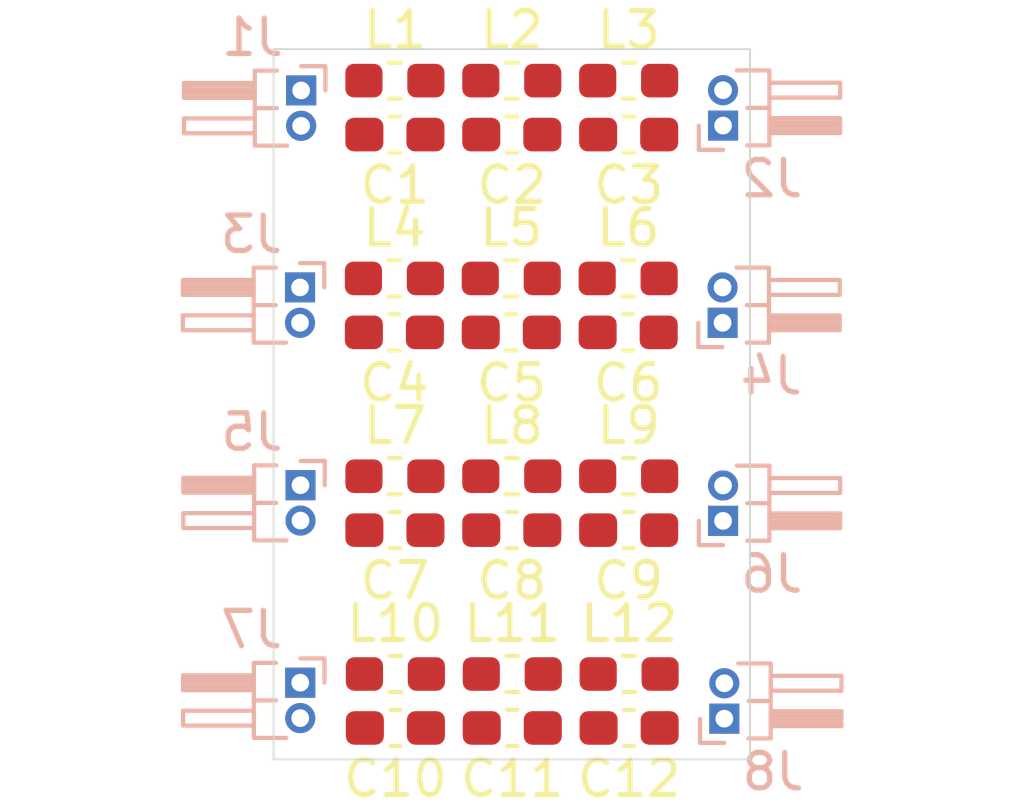
<source format=kicad_pcb>
(kicad_pcb (version 20240108) (generator "pcbnew") (generator_version "8.0")
  (layers (0 "F.Cu" signal) (31 "B.Cu" signal) (34 "B.Paste" user) (35 "F.Paste" user) (36 "B.SilkS" user "B.Silkscreen") (37 "F.SilkS" user "F.Silkscreen") (38 "B.Mask" user) (39 "F.Mask" user) (44 "Edge.Cuts" user))
  (net 0 "")
  (net 1 "Net-(C1-Pad1)")
  (net 2 "GND")
  (net 3 "Net-(C2-Pad1)")
  (net 4 "Net-(J2-Pin_1)")
  (net 5 "Net-(C4-Pad1)")
  (net 6 "Net-(C5-Pad1)")
  (net 7 "Net-(J4-Pin_1)")
  (net 8 "Net-(C7-Pad1)")
  (net 9 "Net-(C8-Pad1)")
  (net 10 "Net-(J6-Pin_1)")
  (net 11 "Net-(C10-Pad1)")
  (net 12 "Net-(C11-Pad1)")
  (net 13 "Net-(J8-Pin_1)")
  (net 14 "Net-(J1-Pin_1)")
  (net 15 "Net-(J3-Pin_1)")
  (net 16 "Net-(J5-Pin_1)")
  (net 17 "Net-(J7-Pin_1)")
  (footprint "Inductor_SMD:L_0603_1608Metric_Pad1.05x0.95mm_HandSolder" (layer "F.Cu") (at 119.267 86.487)
    (property "Reference" "L12" (at 0 -1.43 0) (layer "F.SilkS"))
    (property "Value" "L")
    (fp_line (start -0.171267 -0.51) (end 0.171267 -0.51) (stroke (width 0.12)) (layer "F.SilkS"))
    (fp_line (start -0.171267 0.51) (end 0.171267 0.51) (stroke (width 0.12)) (layer "F.SilkS"))
    (pad "1" smd roundrect (at -0.875 0) (size 1.05 0.95) (layers "F.Cu" "F.Paste" "F.Mask") (net 12 "Net-(C11-Pad1)"))
    (pad "2" smd roundrect (at 0.875 0) (size 1.05 0.95) (layers "F.Cu" "F.Paste" "F.Mask") (net 13 "Net-(J8-Pin_1)"))
  )
  (footprint "Inductor_SMD:L_0603_1608Metric_Pad1.05x0.95mm_HandSolder" (layer "F.Cu") (at 112.649 69.723)
    (property "Reference" "L1" (at 0 -1.43 0) (layer "F.SilkS"))
    (property "Value" "L")
    (fp_line (start -0.171267 -0.51) (end 0.171267 -0.51) (stroke (width 0.12)) (layer "F.SilkS"))
    (fp_line (start -0.171267 0.51) (end 0.171267 0.51) (stroke (width 0.12)) (layer "F.SilkS"))
    (pad "1" smd roundrect (at -0.875 0) (size 1.05 0.95) (layers "F.Cu" "F.Paste" "F.Mask") (net 14 "Net-(J1-Pin_1)"))
    (pad "2" smd roundrect (at 0.875 0) (size 1.05 0.95) (layers "F.Cu" "F.Paste" "F.Mask") (net 1 "Net-(C1-Pad1)"))
  )
  (footprint "Capacitor_SMD:C_0603_1608Metric_Pad1.08x0.95mm_HandSolder" (layer "F.Cu") (at 119.267 88.011 180)
    (property "Reference" "C12" (at 0 -1.43 180) (layer "F.SilkS"))
    (property "Value" "C")
    (fp_line (start -0.146267 0.51) (end 0.146267 0.51) (stroke (width 0.12)) (layer "F.SilkS"))
    (fp_line (start -0.146267 -0.51) (end 0.146267 -0.51) (stroke (width 0.12)) (layer "F.SilkS"))
    (pad "1" smd roundrect (at -0.8625 0 180) (size 1.075 0.95) (layers "F.Cu" "F.Paste" "F.Mask") (net 13 "Net-(J8-Pin_1)"))
    (pad "2" smd roundrect (at 0.8625 0 180) (size 1.075 0.95) (layers "F.Cu" "F.Paste" "F.Mask") (net 2 "GND"))
  )
  (footprint "Capacitor_SMD:C_0603_1608Metric_Pad1.08x0.95mm_HandSolder" (layer "F.Cu") (at 119.253 71.247 180)
    (property "Reference" "C3" (at 0 -1.43 180) (layer "F.SilkS"))
    (property "Value" "C")
    (fp_line (start -0.146267 0.51) (end 0.146267 0.51) (stroke (width 0.12)) (layer "F.SilkS"))
    (fp_line (start -0.146267 -0.51) (end 0.146267 -0.51) (stroke (width 0.12)) (layer "F.SilkS"))
    (pad "1" smd roundrect (at -0.8625 0 180) (size 1.075 0.95) (layers "F.Cu" "F.Paste" "F.Mask") (net 4 "Net-(J2-Pin_1)"))
    (pad "2" smd roundrect (at 0.8625 0 180) (size 1.075 0.95) (layers "F.Cu" "F.Paste" "F.Mask") (net 2 "GND"))
  )
  (footprint "Capacitor_SMD:C_0603_1608Metric_Pad1.08x0.95mm_HandSolder" (layer "F.Cu") (at 112.635 76.835 180)
    (property "Reference" "C4" (at 0 -1.43 180) (layer "F.SilkS"))
    (property "Value" "C")
    (fp_line (start -0.146267 0.51) (end 0.146267 0.51) (stroke (width 0.12)) (layer "F.SilkS"))
    (fp_line (start -0.146267 -0.51) (end 0.146267 -0.51) (stroke (width 0.12)) (layer "F.SilkS"))
    (pad "1" smd roundrect (at -0.8625 0 180) (size 1.075 0.95) (layers "F.Cu" "F.Paste" "F.Mask") (net 5 "Net-(C4-Pad1)"))
    (pad "2" smd roundrect (at 0.8625 0 180) (size 1.075 0.95) (layers "F.Cu" "F.Paste" "F.Mask") (net 2 "GND"))
  )
  (footprint "Inductor_SMD:L_0603_1608Metric_Pad1.05x0.95mm_HandSolder" (layer "F.Cu") (at 119.239 75.311)
    (property "Reference" "L6" (at 0 -1.43 0) (layer "F.SilkS"))
    (property "Value" "L")
    (fp_line (start -0.171267 -0.51) (end 0.171267 -0.51) (stroke (width 0.12)) (layer "F.SilkS"))
    (fp_line (start -0.171267 0.51) (end 0.171267 0.51) (stroke (width 0.12)) (layer "F.SilkS"))
    (pad "1" smd roundrect (at -0.875 0) (size 1.05 0.95) (layers "F.Cu" "F.Paste" "F.Mask") (net 6 "Net-(C5-Pad1)"))
    (pad "2" smd roundrect (at 0.875 0) (size 1.05 0.95) (layers "F.Cu" "F.Paste" "F.Mask") (net 7 "Net-(J4-Pin_1)"))
  )
  (footprint "Inductor_SMD:L_0603_1608Metric_Pad1.05x0.95mm_HandSolder" (layer "F.Cu") (at 115.937 75.311)
    (property "Reference" "L5" (at 0 -1.43 0) (layer "F.SilkS"))
    (property "Value" "L")
    (fp_line (start -0.171267 -0.51) (end 0.171267 -0.51) (stroke (width 0.12)) (layer "F.SilkS"))
    (fp_line (start -0.171267 0.51) (end 0.171267 0.51) (stroke (width 0.12)) (layer "F.SilkS"))
    (pad "1" smd roundrect (at -0.875 0) (size 1.05 0.95) (layers "F.Cu" "F.Paste" "F.Mask") (net 5 "Net-(C4-Pad1)"))
    (pad "2" smd roundrect (at 0.875 0) (size 1.05 0.95) (layers "F.Cu" "F.Paste" "F.Mask") (net 6 "Net-(C5-Pad1)"))
  )
  (footprint "Capacitor_SMD:C_0603_1608Metric_Pad1.08x0.95mm_HandSolder" (layer "F.Cu") (at 112.649 82.423 180)
    (property "Reference" "C7" (at 0 -1.43 180) (layer "F.SilkS"))
    (property "Value" "C")
    (fp_line (start -0.146267 0.51) (end 0.146267 0.51) (stroke (width 0.12)) (layer "F.SilkS"))
    (fp_line (start -0.146267 -0.51) (end 0.146267 -0.51) (stroke (width 0.12)) (layer "F.SilkS"))
    (pad "1" smd roundrect (at -0.8625 0 180) (size 1.075 0.95) (layers "F.Cu" "F.Paste" "F.Mask") (net 8 "Net-(C7-Pad1)"))
    (pad "2" smd roundrect (at 0.8625 0 180) (size 1.075 0.95) (layers "F.Cu" "F.Paste" "F.Mask") (net 2 "GND"))
  )
  (footprint "Inductor_SMD:L_0603_1608Metric_Pad1.05x0.95mm_HandSolder" (layer "F.Cu") (at 112.649 80.899)
    (property "Reference" "L7" (at 0 -1.43 0) (layer "F.SilkS"))
    (property "Value" "L")
    (fp_line (start -0.171267 -0.51) (end 0.171267 -0.51) (stroke (width 0.12)) (layer "F.SilkS"))
    (fp_line (start -0.171267 0.51) (end 0.171267 0.51) (stroke (width 0.12)) (layer "F.SilkS"))
    (pad "1" smd roundrect (at -0.875 0) (size 1.05 0.95) (layers "F.Cu" "F.Paste" "F.Mask") (net 16 "Net-(J5-Pin_1)"))
    (pad "2" smd roundrect (at 0.875 0) (size 1.05 0.95) (layers "F.Cu" "F.Paste" "F.Mask") (net 8 "Net-(C7-Pad1)"))
  )
  (footprint "Inductor_SMD:L_0603_1608Metric_Pad1.05x0.95mm_HandSolder" (layer "F.Cu") (at 112.663 86.487)
    (property "Reference" "L10" (at 0 -1.43 0) (layer "F.SilkS"))
    (property "Value" "L")
    (fp_line (start -0.171267 -0.51) (end 0.171267 -0.51) (stroke (width 0.12)) (layer "F.SilkS"))
    (fp_line (start -0.171267 0.51) (end 0.171267 0.51) (stroke (width 0.12)) (layer "F.SilkS"))
    (pad "1" smd roundrect (at -0.875 0) (size 1.05 0.95) (layers "F.Cu" "F.Paste" "F.Mask") (net 17 "Net-(J7-Pin_1)"))
    (pad "2" smd roundrect (at 0.875 0) (size 1.05 0.95) (layers "F.Cu" "F.Paste" "F.Mask") (net 11 "Net-(C10-Pad1)"))
  )
  (footprint "Inductor_SMD:L_0603_1608Metric_Pad1.05x0.95mm_HandSolder" (layer "F.Cu") (at 119.253 69.723)
    (property "Reference" "L3" (at 0 -1.43 0) (layer "F.SilkS"))
    (property "Value" "L")
    (fp_line (start -0.171267 -0.51) (end 0.171267 -0.51) (stroke (width 0.12)) (layer "F.SilkS"))
    (fp_line (start -0.171267 0.51) (end 0.171267 0.51) (stroke (width 0.12)) (layer "F.SilkS"))
    (pad "1" smd roundrect (at -0.875 0) (size 1.05 0.95) (layers "F.Cu" "F.Paste" "F.Mask") (net 3 "Net-(C2-Pad1)"))
    (pad "2" smd roundrect (at 0.875 0) (size 1.05 0.95) (layers "F.Cu" "F.Paste" "F.Mask") (net 4 "Net-(J2-Pin_1)"))
  )
  (footprint "Inductor_SMD:L_0603_1608Metric_Pad1.05x0.95mm_HandSolder" (layer "F.Cu") (at 119.253 80.899)
    (property "Reference" "L9" (at 0 -1.43 0) (layer "F.SilkS"))
    (property "Value" "L")
    (fp_line (start -0.171267 -0.51) (end 0.171267 -0.51) (stroke (width 0.12)) (layer "F.SilkS"))
    (fp_line (start -0.171267 0.51) (end 0.171267 0.51) (stroke (width 0.12)) (layer "F.SilkS"))
    (pad "1" smd roundrect (at -0.875 0) (size 1.05 0.95) (layers "F.Cu" "F.Paste" "F.Mask") (net 9 "Net-(C8-Pad1)"))
    (pad "2" smd roundrect (at 0.875 0) (size 1.05 0.95) (layers "F.Cu" "F.Paste" "F.Mask") (net 10 "Net-(J6-Pin_1)"))
  )
  (footprint "Capacitor_SMD:C_0603_1608Metric_Pad1.08x0.95mm_HandSolder" (layer "F.Cu") (at 119.239 76.835 180)
    (property "Reference" "C6" (at 0 -1.43 180) (layer "F.SilkS"))
    (property "Value" "C")
    (fp_line (start -0.146267 0.51) (end 0.146267 0.51) (stroke (width 0.12)) (layer "F.SilkS"))
    (fp_line (start -0.146267 -0.51) (end 0.146267 -0.51) (stroke (width 0.12)) (layer "F.SilkS"))
    (pad "1" smd roundrect (at -0.8625 0 180) (size 1.075 0.95) (layers "F.Cu" "F.Paste" "F.Mask") (net 7 "Net-(J4-Pin_1)"))
    (pad "2" smd roundrect (at 0.8625 0 180) (size 1.075 0.95) (layers "F.Cu" "F.Paste" "F.Mask") (net 2 "GND"))
  )
  (footprint "Capacitor_SMD:C_0603_1608Metric_Pad1.08x0.95mm_HandSolder" (layer "F.Cu") (at 112.649 71.247 180)
    (property "Reference" "C1" (at 0 -1.43 180) (layer "F.SilkS"))
    (property "Value" "C")
    (fp_line (start -0.146267 0.51) (end 0.146267 0.51) (stroke (width 0.12)) (layer "F.SilkS"))
    (fp_line (start -0.146267 -0.51) (end 0.146267 -0.51) (stroke (width 0.12)) (layer "F.SilkS"))
    (pad "1" smd roundrect (at -0.8625 0 180) (size 1.075 0.95) (layers "F.Cu" "F.Paste" "F.Mask") (net 1 "Net-(C1-Pad1)"))
    (pad "2" smd roundrect (at 0.8625 0 180) (size 1.075 0.95) (layers "F.Cu" "F.Paste" "F.Mask") (net 2 "GND"))
  )
  (footprint "Capacitor_SMD:C_0603_1608Metric_Pad1.08x0.95mm_HandSolder" (layer "F.Cu") (at 115.965 88.011 180)
    (property "Reference" "C11" (at 0 -1.43 180) (layer "F.SilkS"))
    (property "Value" "C")
    (fp_line (start -0.146267 0.51) (end 0.146267 0.51) (stroke (width 0.12)) (layer "F.SilkS"))
    (fp_line (start -0.146267 -0.51) (end 0.146267 -0.51) (stroke (width 0.12)) (layer "F.SilkS"))
    (pad "1" smd roundrect (at -0.8625 0 180) (size 1.075 0.95) (layers "F.Cu" "F.Paste" "F.Mask") (net 12 "Net-(C11-Pad1)"))
    (pad "2" smd roundrect (at 0.8625 0 180) (size 1.075 0.95) (layers "F.Cu" "F.Paste" "F.Mask") (net 2 "GND"))
  )
  (footprint "Capacitor_SMD:C_0603_1608Metric_Pad1.08x0.95mm_HandSolder" (layer "F.Cu") (at 119.253 82.423 180)
    (property "Reference" "C9" (at 0 -1.43 180) (layer "F.SilkS"))
    (property "Value" "C")
    (fp_line (start -0.146267 0.51) (end 0.146267 0.51) (stroke (width 0.12)) (layer "F.SilkS"))
    (fp_line (start -0.146267 -0.51) (end 0.146267 -0.51) (stroke (width 0.12)) (layer "F.SilkS"))
    (pad "1" smd roundrect (at -0.8625 0 180) (size 1.075 0.95) (layers "F.Cu" "F.Paste" "F.Mask") (net 10 "Net-(J6-Pin_1)"))
    (pad "2" smd roundrect (at 0.8625 0 180) (size 1.075 0.95) (layers "F.Cu" "F.Paste" "F.Mask") (net 2 "GND"))
  )
  (footprint "Capacitor_SMD:C_0603_1608Metric_Pad1.08x0.95mm_HandSolder" (layer "F.Cu") (at 112.663 88.011 180)
    (property "Reference" "C10" (at 0 -1.43 180) (layer "F.SilkS"))
    (property "Value" "C")
    (fp_line (start -0.146267 0.51) (end 0.146267 0.51) (stroke (width 0.12)) (layer "F.SilkS"))
    (fp_line (start -0.146267 -0.51) (end 0.146267 -0.51) (stroke (width 0.12)) (layer "F.SilkS"))
    (pad "1" smd roundrect (at -0.8625 0 180) (size 1.075 0.95) (layers "F.Cu" "F.Paste" "F.Mask") (net 11 "Net-(C10-Pad1)"))
    (pad "2" smd roundrect (at 0.8625 0 180) (size 1.075 0.95) (layers "F.Cu" "F.Paste" "F.Mask") (net 2 "GND"))
  )
  (footprint "Inductor_SMD:L_0603_1608Metric_Pad1.05x0.95mm_HandSolder" (layer "F.Cu") (at 115.951 69.723)
    (property "Reference" "L2" (at 0 -1.43 0) (layer "F.SilkS"))
    (property "Value" "L")
    (fp_line (start -0.171267 -0.51) (end 0.171267 -0.51) (stroke (width 0.12)) (layer "F.SilkS"))
    (fp_line (start -0.171267 0.51) (end 0.171267 0.51) (stroke (width 0.12)) (layer "F.SilkS"))
    (pad "1" smd roundrect (at -0.875 0) (size 1.05 0.95) (layers "F.Cu" "F.Paste" "F.Mask") (net 1 "Net-(C1-Pad1)"))
    (pad "2" smd roundrect (at 0.875 0) (size 1.05 0.95) (layers "F.Cu" "F.Paste" "F.Mask") (net 3 "Net-(C2-Pad1)"))
  )
  (footprint "Capacitor_SMD:C_0603_1608Metric_Pad1.08x0.95mm_HandSolder" (layer "F.Cu") (at 115.951 71.247 180)
    (property "Reference" "C2" (at 0 -1.43 180) (layer "F.SilkS"))
    (property "Value" "C")
    (fp_line (start -0.146267 0.51) (end 0.146267 0.51) (stroke (width 0.12)) (layer "F.SilkS"))
    (fp_line (start -0.146267 -0.51) (end 0.146267 -0.51) (stroke (width 0.12)) (layer "F.SilkS"))
    (pad "1" smd roundrect (at -0.8625 0 180) (size 1.075 0.95) (layers "F.Cu" "F.Paste" "F.Mask") (net 3 "Net-(C2-Pad1)"))
    (pad "2" smd roundrect (at 0.8625 0 180) (size 1.075 0.95) (layers "F.Cu" "F.Paste" "F.Mask") (net 2 "GND"))
  )
  (footprint "Inductor_SMD:L_0603_1608Metric_Pad1.05x0.95mm_HandSolder" (layer "F.Cu") (at 115.951 80.899)
    (property "Reference" "L8" (at 0 -1.43 0) (layer "F.SilkS"))
    (property "Value" "L")
    (fp_line (start -0.171267 -0.51) (end 0.171267 -0.51) (stroke (width 0.12)) (layer "F.SilkS"))
    (fp_line (start -0.171267 0.51) (end 0.171267 0.51) (stroke (width 0.12)) (layer "F.SilkS"))
    (pad "1" smd roundrect (at -0.875 0) (size 1.05 0.95) (layers "F.Cu" "F.Paste" "F.Mask") (net 8 "Net-(C7-Pad1)"))
    (pad "2" smd roundrect (at 0.875 0) (size 1.05 0.95) (layers "F.Cu" "F.Paste" "F.Mask") (net 9 "Net-(C8-Pad1)"))
  )
  (footprint "Inductor_SMD:L_0603_1608Metric_Pad1.05x0.95mm_HandSolder" (layer "F.Cu") (at 115.965 86.487)
    (property "Reference" "L11" (at 0 -1.43 0) (layer "F.SilkS"))
    (property "Value" "L")
    (fp_line (start -0.171267 -0.51) (end 0.171267 -0.51) (stroke (width 0.12)) (layer "F.SilkS"))
    (fp_line (start -0.171267 0.51) (end 0.171267 0.51) (stroke (width 0.12)) (layer "F.SilkS"))
    (pad "1" smd roundrect (at -0.875 0) (size 1.05 0.95) (layers "F.Cu" "F.Paste" "F.Mask") (net 11 "Net-(C10-Pad1)"))
    (pad "2" smd roundrect (at 0.875 0) (size 1.05 0.95) (layers "F.Cu" "F.Paste" "F.Mask") (net 12 "Net-(C11-Pad1)"))
  )
  (footprint "Capacitor_SMD:C_0603_1608Metric_Pad1.08x0.95mm_HandSolder" (layer "F.Cu") (at 115.937 76.835 180)
    (property "Reference" "C5" (at 0 -1.43 180) (layer "F.SilkS"))
    (property "Value" "C")
    (fp_line (start -0.146267 0.51) (end 0.146267 0.51) (stroke (width 0.12)) (layer "F.SilkS"))
    (fp_line (start -0.146267 -0.51) (end 0.146267 -0.51) (stroke (width 0.12)) (layer "F.SilkS"))
    (pad "1" smd roundrect (at -0.8625 0 180) (size 1.075 0.95) (layers "F.Cu" "F.Paste" "F.Mask") (net 6 "Net-(C5-Pad1)"))
    (pad "2" smd roundrect (at 0.8625 0 180) (size 1.075 0.95) (layers "F.Cu" "F.Paste" "F.Mask") (net 2 "GND"))
  )
  (footprint "Capacitor_SMD:C_0603_1608Metric_Pad1.08x0.95mm_HandSolder" (layer "F.Cu") (at 115.951 82.423 180)
    (property "Reference" "C8" (at 0 -1.43 180) (layer "F.SilkS"))
    (property "Value" "C")
    (fp_line (start -0.146267 0.51) (end 0.146267 0.51) (stroke (width 0.12)) (layer "F.SilkS"))
    (fp_line (start -0.146267 -0.51) (end 0.146267 -0.51) (stroke (width 0.12)) (layer "F.SilkS"))
    (pad "1" smd roundrect (at -0.8625 0 180) (size 1.075 0.95) (layers "F.Cu" "F.Paste" "F.Mask") (net 9 "Net-(C8-Pad1)"))
    (pad "2" smd roundrect (at 0.8625 0 180) (size 1.075 0.95) (layers "F.Cu" "F.Paste" "F.Mask") (net 2 "GND"))
  )
  (footprint "Inductor_SMD:L_0603_1608Metric_Pad1.05x0.95mm_HandSolder" (layer "F.Cu") (at 112.635 75.311)
    (property "Reference" "L4" (at 0 -1.43 0) (layer "F.SilkS"))
    (property "Value" "L")
    (fp_line (start -0.171267 -0.51) (end 0.171267 -0.51) (stroke (width 0.12)) (layer "F.SilkS"))
    (fp_line (start -0.171267 0.51) (end 0.171267 0.51) (stroke (width 0.12)) (layer "F.SilkS"))
    (pad "1" smd roundrect (at -0.875 0) (size 1.05 0.95) (layers "F.Cu" "F.Paste" "F.Mask") (net 15 "Net-(J3-Pin_1)"))
    (pad "2" smd roundrect (at 0.875 0) (size 1.05 0.95) (layers "F.Cu" "F.Paste" "F.Mask") (net 5 "Net-(C4-Pad1)"))
  )
  (footprint "Connector_PinHeader_1.00mm:PinHeader_1x02_P1.00mm_Horizontal" (layer "B.Cu") (at 110 70 180)
    (property "Reference" "J1" (at 1.375 1.5 180) (layer "B.SilkS") (effects (justify mirror)))
    (property "Value" "Conn_01x02_Męski")
    (fp_line (start 3.31 0.21) (end 1.31 0.21) (stroke (width 0.12)) (layer "B.SilkS"))
    (fp_line (start 3.31 0.15) (end 1.31 0.15) (stroke (width 0.12)) (layer "B.SilkS"))
    (fp_line (start 3.31 0.03) (end 1.31 0.03) (stroke (width 0.12)) (layer "B.SilkS"))
    (fp_line (start 3.31 -0.09) (end 1.31 -0.09) (stroke (width 0.12)) (layer "B.SilkS"))
    (fp_line (start 3.31 -0.21) (end 3.31 0.21) (stroke (width 0.12)) (layer "B.SilkS"))
    (fp_line (start 3.31 -0.79) (end 1.31 -0.79) (stroke (width 0.12)) (layer "B.SilkS"))
    (fp_line (start 3.31 -1.21) (end 3.31 -0.79) (stroke (width 0.12)) (layer "B.SilkS"))
    (fp_line (start 1.31 0.56) (end 0.685 0.56) (stroke (width 0.12)) (layer "B.SilkS"))
    (fp_line (start 1.31 -0.21) (end 3.31 -0.21) (stroke (width 0.12)) (layer "B.SilkS"))
    (fp_line (start 1.31 -0.5) (end 0.685 -0.5) (stroke (width 0.12)) (layer "B.SilkS"))
    (fp_line (start 1.31 -1.21) (end 3.31 -1.21) (stroke (width 0.12)) (layer "B.SilkS"))
    (fp_line (start 1.31 -1.56) (end 1.31 0.56) (stroke (width 0.12)) (layer "B.SilkS"))
    (fp_line (start 0.394493 -1.56) (end 1.31 -1.56) (stroke (width 0.12)) (layer "B.SilkS"))
    (fp_line (start 0 0.685) (end -0.685 0.685) (stroke (width 0.12)) (layer "B.SilkS"))
    (fp_line (start -0.685 0.685) (end -0.685 0) (stroke (width 0.12)) (layer "B.SilkS"))
    (pad "1" thru_hole rect (at 0 0 180) (size 0.85 0.85) (drill 0.5) (layers "*.Cu" "*.Mask") (net 14 "Net-(J1-Pin_1)"))
    (pad "2" thru_hole oval (at 0 -1 180) (size 0.85 0.85) (drill 0.5) (layers "*.Cu" "*.Mask") (net 2 "GND"))
  )
  (footprint "Connector_PinHeader_1.00mm:PinHeader_1x02_P1.00mm_Horizontal" (layer "B.Cu") (at 121.92 82.161)
    (property "Reference" "J6" (at 1.375 1.5 0) (layer "B.SilkS") (effects (justify mirror)))
    (property "Value" "Conn_01x02_Męski")
    (fp_line (start -0.685 0.685) (end -0.685 0) (stroke (width 0.12)) (layer "B.SilkS"))
    (fp_line (start 0 0.685) (end -0.685 0.685) (stroke (width 0.12)) (layer "B.SilkS"))
    (fp_line (start 0.394493 -1.56) (end 1.31 -1.56) (stroke (width 0.12)) (layer "B.SilkS"))
    (fp_line (start 1.31 -1.56) (end 1.31 0.56) (stroke (width 0.12)) (layer "B.SilkS"))
    (fp_line (start 1.31 -1.21) (end 3.31 -1.21) (stroke (width 0.12)) (layer "B.SilkS"))
    (fp_line (start 1.31 -0.5) (end 0.685 -0.5) (stroke (width 0.12)) (layer "B.SilkS"))
    (fp_line (start 1.31 -0.21) (end 3.31 -0.21) (stroke (width 0.12)) (layer "B.SilkS"))
    (fp_line (start 1.31 0.56) (end 0.685 0.56) (stroke (width 0.12)) (layer "B.SilkS"))
    (fp_line (start 3.31 -1.21) (end 3.31 -0.79) (stroke (width 0.12)) (layer "B.SilkS"))
    (fp_line (start 3.31 -0.79) (end 1.31 -0.79) (stroke (width 0.12)) (layer "B.SilkS"))
    (fp_line (start 3.31 -0.21) (end 3.31 0.21) (stroke (width 0.12)) (layer "B.SilkS"))
    (fp_line (start 3.31 -0.09) (end 1.31 -0.09) (stroke (width 0.12)) (layer "B.SilkS"))
    (fp_line (start 3.31 0.03) (end 1.31 0.03) (stroke (width 0.12)) (layer "B.SilkS"))
    (fp_line (start 3.31 0.15) (end 1.31 0.15) (stroke (width 0.12)) (layer "B.SilkS"))
    (fp_line (start 3.31 0.21) (end 1.31 0.21) (stroke (width 0.12)) (layer "B.SilkS"))
    (pad "1" thru_hole rect (at 0 0) (size 0.85 0.85) (drill 0.5) (layers "*.Cu" "*.Mask") (net 10 "Net-(J6-Pin_1)"))
    (pad "2" thru_hole oval (at 0 -1) (size 0.85 0.85) (drill 0.5) (layers "*.Cu" "*.Mask") (net 2 "GND"))
  )
  (footprint "Connector_PinHeader_1.00mm:PinHeader_1x02_P1.00mm_Horizontal" (layer "B.Cu") (at 121.956 87.749)
    (property "Reference" "J8" (at 1.375 1.5 0) (layer "B.SilkS") (effects (justify mirror)))
    (property "Value" "Conn_01x02_Męski")
    (fp_line (start -0.685 0.685) (end -0.685 0) (stroke (width 0.12)) (layer "B.SilkS"))
    (fp_line (start 0 0.685) (end -0.685 0.685) (stroke (width 0.12)) (layer "B.SilkS"))
    (fp_line (start 0.394493 -1.56) (end 1.31 -1.56) (stroke (width 0.12)) (layer "B.SilkS"))
    (fp_line (start 1.31 -1.56) (end 1.31 0.56) (stroke (width 0.12)) (layer "B.SilkS"))
    (fp_line (start 1.31 -1.21) (end 3.31 -1.21) (stroke (width 0.12)) (layer "B.SilkS"))
    (fp_line (start 1.31 -0.5) (end 0.685 -0.5) (stroke (width 0.12)) (layer "B.SilkS"))
    (fp_line (start 1.31 -0.21) (end 3.31 -0.21) (stroke (width 0.12)) (layer "B.SilkS"))
    (fp_line (start 1.31 0.56) (end 0.685 0.56) (stroke (width 0.12)) (layer "B.SilkS"))
    (fp_line (start 3.31 -1.21) (end 3.31 -0.79) (stroke (width 0.12)) (layer "B.SilkS"))
    (fp_line (start 3.31 -0.79) (end 1.31 -0.79) (stroke (width 0.12)) (layer "B.SilkS"))
    (fp_line (start 3.31 -0.21) (end 3.31 0.21) (stroke (width 0.12)) (layer "B.SilkS"))
    (fp_line (start 3.31 -0.09) (end 1.31 -0.09) (stroke (width 0.12)) (layer "B.SilkS"))
    (fp_line (start 3.31 0.03) (end 1.31 0.03) (stroke (width 0.12)) (layer "B.SilkS"))
    (fp_line (start 3.31 0.15) (end 1.31 0.15) (stroke (width 0.12)) (layer "B.SilkS"))
    (fp_line (start 3.31 0.21) (end 1.31 0.21) (stroke (width 0.12)) (layer "B.SilkS"))
    (pad "1" thru_hole rect (at 0 0) (size 0.85 0.85) (drill 0.5) (layers "*.Cu" "*.Mask") (net 13 "Net-(J8-Pin_1)"))
    (pad "2" thru_hole oval (at 0 -1) (size 0.85 0.85) (drill 0.5) (layers "*.Cu" "*.Mask") (net 2 "GND"))
  )
  (footprint "Connector_PinHeader_1.00mm:PinHeader_1x02_P1.00mm_Horizontal" (layer "B.Cu") (at 121.92 70.993)
    (property "Reference" "J2" (at 1.375 1.5 0) (layer "B.SilkS") (effects (justify mirror)))
    (property "Value" "Conn_01x02_Męski")
    (fp_line (start -0.685 0.685) (end -0.685 0) (stroke (width 0.12)) (layer "B.SilkS"))
    (fp_line (start 0 0.685) (end -0.685 0.685) (stroke (width 0.12)) (layer "B.SilkS"))
    (fp_line (start 0.394493 -1.56) (end 1.31 -1.56) (stroke (width 0.12)) (layer "B.SilkS"))
    (fp_line (start 1.31 -1.56) (end 1.31 0.56) (stroke (width 0.12)) (layer "B.SilkS"))
    (fp_line (start 1.31 -1.21) (end 3.31 -1.21) (stroke (width 0.12)) (layer "B.SilkS"))
    (fp_line (start 1.31 -0.5) (end 0.685 -0.5) (stroke (width 0.12)) (layer "B.SilkS"))
    (fp_line (start 1.31 -0.21) (end 3.31 -0.21) (stroke (width 0.12)) (layer "B.SilkS"))
    (fp_line (start 1.31 0.56) (end 0.685 0.56) (stroke (width 0.12)) (layer "B.SilkS"))
    (fp_line (start 3.31 -1.21) (end 3.31 -0.79) (stroke (width 0.12)) (layer "B.SilkS"))
    (fp_line (start 3.31 -0.79) (end 1.31 -0.79) (stroke (width 0.12)) (layer "B.SilkS"))
    (fp_line (start 3.31 -0.21) (end 3.31 0.21) (stroke (width 0.12)) (layer "B.SilkS"))
    (fp_line (start 3.31 -0.09) (end 1.31 -0.09) (stroke (width 0.12)) (layer "B.SilkS"))
    (fp_line (start 3.31 0.03) (end 1.31 0.03) (stroke (width 0.12)) (layer "B.SilkS"))
    (fp_line (start 3.31 0.15) (end 1.31 0.15) (stroke (width 0.12)) (layer "B.SilkS"))
    (fp_line (start 3.31 0.21) (end 1.31 0.21) (stroke (width 0.12)) (layer "B.SilkS"))
    (pad "1" thru_hole rect (at 0 0) (size 0.85 0.85) (drill 0.5) (layers "*.Cu" "*.Mask") (net 4 "Net-(J2-Pin_1)"))
    (pad "2" thru_hole oval (at 0 -1) (size 0.85 0.85) (drill 0.5) (layers "*.Cu" "*.Mask") (net 2 "GND"))
  )
  (footprint "Connector_PinHeader_1.00mm:PinHeader_1x02_P1.00mm_Horizontal" (layer "B.Cu") (at 109.968 75.565 180)
    (property "Reference" "J3" (at 1.375 1.5 180) (layer "B.SilkS") (effects (justify mirror)))
    (property "Value" "Conn_01x02_Męski")
    (fp_line (start 3.31 0.21) (end 1.31 0.21) (stroke (width 0.12)) (layer "B.SilkS"))
    (fp_line (start 3.31 0.15) (end 1.31 0.15) (stroke (width 0.12)) (layer "B.SilkS"))
    (fp_line (start 3.31 0.03) (end 1.31 0.03) (stroke (width 0.12)) (layer "B.SilkS"))
    (fp_line (start 3.31 -0.09) (end 1.31 -0.09) (stroke (width 0.12)) (layer "B.SilkS"))
    (fp_line (start 3.31 -0.21) (end 3.31 0.21) (stroke (width 0.12)) (layer "B.SilkS"))
    (fp_line (start 3.31 -0.79) (end 1.31 -0.79) (stroke (width 0.12)) (layer "B.SilkS"))
    (fp_line (start 3.31 -1.21) (end 3.31 -0.79) (stroke (width 0.12)) (layer "B.SilkS"))
    (fp_line (start 1.31 0.56) (end 0.685 0.56) (stroke (width 0.12)) (layer "B.SilkS"))
    (fp_line (start 1.31 -0.21) (end 3.31 -0.21) (stroke (width 0.12)) (layer "B.SilkS"))
    (fp_line (start 1.31 -0.5) (end 0.685 -0.5) (stroke (width 0.12)) (layer "B.SilkS"))
    (fp_line (start 1.31 -1.21) (end 3.31 -1.21) (stroke (width 0.12)) (layer "B.SilkS"))
    (fp_line (start 1.31 -1.56) (end 1.31 0.56) (stroke (width 0.12)) (layer "B.SilkS"))
    (fp_line (start 0.394493 -1.56) (end 1.31 -1.56) (stroke (width 0.12)) (layer "B.SilkS"))
    (fp_line (start 0 0.685) (end -0.685 0.685) (stroke (width 0.12)) (layer "B.SilkS"))
    (fp_line (start -0.685 0.685) (end -0.685 0) (stroke (width 0.12)) (layer "B.SilkS"))
    (pad "1" thru_hole rect (at 0 0 180) (size 0.85 0.85) (drill 0.5) (layers "*.Cu" "*.Mask") (net 15 "Net-(J3-Pin_1)"))
    (pad "2" thru_hole oval (at 0 -1 180) (size 0.85 0.85) (drill 0.5) (layers "*.Cu" "*.Mask") (net 2 "GND"))
  )
  (footprint "Connector_PinHeader_1.00mm:PinHeader_1x02_P1.00mm_Horizontal" (layer "B.Cu") (at 109.974 86.733 180)
    (property "Reference" "J7" (at 1.375 1.5 180) (layer "B.SilkS") (effects (justify mirror)))
    (property "Value" "Conn_01x02_Męski")
    (fp_line (start 3.31 0.21) (end 1.31 0.21) (stroke (width 0.12)) (layer "B.SilkS"))
    (fp_line (start 3.31 0.15) (end 1.31 0.15) (stroke (width 0.12)) (layer "B.SilkS"))
    (fp_line (start 3.31 0.03) (end 1.31 0.03) (stroke (width 0.12)) (layer "B.SilkS"))
    (fp_line (start 3.31 -0.09) (end 1.31 -0.09) (stroke (width 0.12)) (layer "B.SilkS"))
    (fp_line (start 3.31 -0.21) (end 3.31 0.21) (stroke (width 0.12)) (layer "B.SilkS"))
    (fp_line (start 3.31 -0.79) (end 1.31 -0.79) (stroke (width 0.12)) (layer "B.SilkS"))
    (fp_line (start 3.31 -1.21) (end 3.31 -0.79) (stroke (width 0.12)) (layer "B.SilkS"))
    (fp_line (start 1.31 0.56) (end 0.685 0.56) (stroke (width 0.12)) (layer "B.SilkS"))
    (fp_line (start 1.31 -0.21) (end 3.31 -0.21) (stroke (width 0.12)) (layer "B.SilkS"))
    (fp_line (start 1.31 -0.5) (end 0.685 -0.5) (stroke (width 0.12)) (layer "B.SilkS"))
    (fp_line (start 1.31 -1.21) (end 3.31 -1.21) (stroke (width 0.12)) (layer "B.SilkS"))
    (fp_line (start 1.31 -1.56) (end 1.31 0.56) (stroke (width 0.12)) (layer "B.SilkS"))
    (fp_line (start 0.394493 -1.56) (end 1.31 -1.56) (stroke (width 0.12)) (layer "B.SilkS"))
    (fp_line (start 0 0.685) (end -0.685 0.685) (stroke (width 0.12)) (layer "B.SilkS"))
    (fp_line (start -0.685 0.685) (end -0.685 0) (stroke (width 0.12)) (layer "B.SilkS"))
    (pad "1" thru_hole rect (at 0 0 180) (size 0.85 0.85) (drill 0.5) (layers "*.Cu" "*.Mask") (net 17 "Net-(J7-Pin_1)"))
    (pad "2" thru_hole oval (at 0 -1 180) (size 0.85 0.85) (drill 0.5) (layers "*.Cu" "*.Mask") (net 2 "GND"))
  )
  (footprint "Connector_PinHeader_1.00mm:PinHeader_1x02_P1.00mm_Horizontal" (layer "B.Cu") (at 121.906 76.565)
    (property "Reference" "J4" (at 1.375 1.5 0) (layer "B.SilkS") (effects (justify mirror)))
    (property "Value" "Conn_01x02_Męski")
    (fp_line (start -0.685 0.685) (end -0.685 0) (stroke (width 0.12)) (layer "B.SilkS"))
    (fp_line (start 0 0.685) (end -0.685 0.685) (stroke (width 0.12)) (layer "B.SilkS"))
    (fp_line (start 0.394493 -1.56) (end 1.31 -1.56) (stroke (width 0.12)) (layer "B.SilkS"))
    (fp_line (start 1.31 -1.56) (end 1.31 0.56) (stroke (width 0.12)) (layer "B.SilkS"))
    (fp_line (start 1.31 -1.21) (end 3.31 -1.21) (stroke (width 0.12)) (layer "B.SilkS"))
    (fp_line (start 1.31 -0.5) (end 0.685 -0.5) (stroke (width 0.12)) (layer "B.SilkS"))
    (fp_line (start 1.31 -0.21) (end 3.31 -0.21) (stroke (width 0.12)) (layer "B.SilkS"))
    (fp_line (start 1.31 0.56) (end 0.685 0.56) (stroke (width 0.12)) (layer "B.SilkS"))
    (fp_line (start 3.31 -1.21) (end 3.31 -0.79) (stroke (width 0.12)) (layer "B.SilkS"))
    (fp_line (start 3.31 -0.79) (end 1.31 -0.79) (stroke (width 0.12)) (layer "B.SilkS"))
    (fp_line (start 3.31 -0.21) (end 3.31 0.21) (stroke (width 0.12)) (layer "B.SilkS"))
    (fp_line (start 3.31 -0.09) (end 1.31 -0.09) (stroke (width 0.12)) (layer "B.SilkS"))
    (fp_line (start 3.31 0.03) (end 1.31 0.03) (stroke (width 0.12)) (layer "B.SilkS"))
    (fp_line (start 3.31 0.15) (end 1.31 0.15) (stroke (width 0.12)) (layer "B.SilkS"))
    (fp_line (start 3.31 0.21) (end 1.31 0.21) (stroke (width 0.12)) (layer "B.SilkS"))
    (pad "1" thru_hole rect (at 0 0) (size 0.85 0.85) (drill 0.5) (layers "*.Cu" "*.Mask") (net 7 "Net-(J4-Pin_1)"))
    (pad "2" thru_hole oval (at 0 -1) (size 0.85 0.85) (drill 0.5) (layers "*.Cu" "*.Mask") (net 2 "GND"))
  )
  (footprint "Connector_PinHeader_1.00mm:PinHeader_1x02_P1.00mm_Horizontal" (layer "B.Cu") (at 109.982 81.153 180)
    (property "Reference" "J5" (at 1.375 1.5 180) (layer "B.SilkS") (effects (justify mirror)))
    (property "Value" "Conn_01x02_Męski")
    (fp_line (start 3.31 0.21) (end 1.31 0.21) (stroke (width 0.12)) (layer "B.SilkS"))
    (fp_line (start 3.31 0.15) (end 1.31 0.15) (stroke (width 0.12)) (layer "B.SilkS"))
    (fp_line (start 3.31 0.03) (end 1.31 0.03) (stroke (width 0.12)) (layer "B.SilkS"))
    (fp_line (start 3.31 -0.09) (end 1.31 -0.09) (stroke (width 0.12)) (layer "B.SilkS"))
    (fp_line (start 3.31 -0.21) (end 3.31 0.21) (stroke (width 0.12)) (layer "B.SilkS"))
    (fp_line (start 3.31 -0.79) (end 1.31 -0.79) (stroke (width 0.12)) (layer "B.SilkS"))
    (fp_line (start 3.31 -1.21) (end 3.31 -0.79) (stroke (width 0.12)) (layer "B.SilkS"))
    (fp_line (start 1.31 0.56) (end 0.685 0.56) (stroke (width 0.12)) (layer "B.SilkS"))
    (fp_line (start 1.31 -0.21) (end 3.31 -0.21) (stroke (width 0.12)) (layer "B.SilkS"))
    (fp_line (start 1.31 -0.5) (end 0.685 -0.5) (stroke (width 0.12)) (layer "B.SilkS"))
    (fp_line (start 1.31 -1.21) (end 3.31 -1.21) (stroke (width 0.12)) (layer "B.SilkS"))
    (fp_line (start 1.31 -1.56) (end 1.31 0.56) (stroke (width 0.12)) (layer "B.SilkS"))
    (fp_line (start 0.394493 -1.56) (end 1.31 -1.56) (stroke (width 0.12)) (layer "B.SilkS"))
    (fp_line (start 0 0.685) (end -0.685 0.685) (stroke (width 0.12)) (layer "B.SilkS"))
    (fp_line (start -0.685 0.685) (end -0.685 0) (stroke (width 0.12)) (layer "B.SilkS"))
    (pad "1" thru_hole rect (at 0 0 180) (size 0.85 0.85) (drill 0.5) (layers "*.Cu" "*.Mask") (net 16 "Net-(J5-Pin_1)"))
    (pad "2" thru_hole oval (at 0 -1 180) (size 0.85 0.85) (drill 0.5) (layers "*.Cu" "*.Mask") (net 2 "GND"))
  )
  (gr_rect (start 109.22 68.834) (end 122.682 88.9) (stroke (width 0.05)) (fill none) (layer "Edge.Cuts"))
)
</source>
